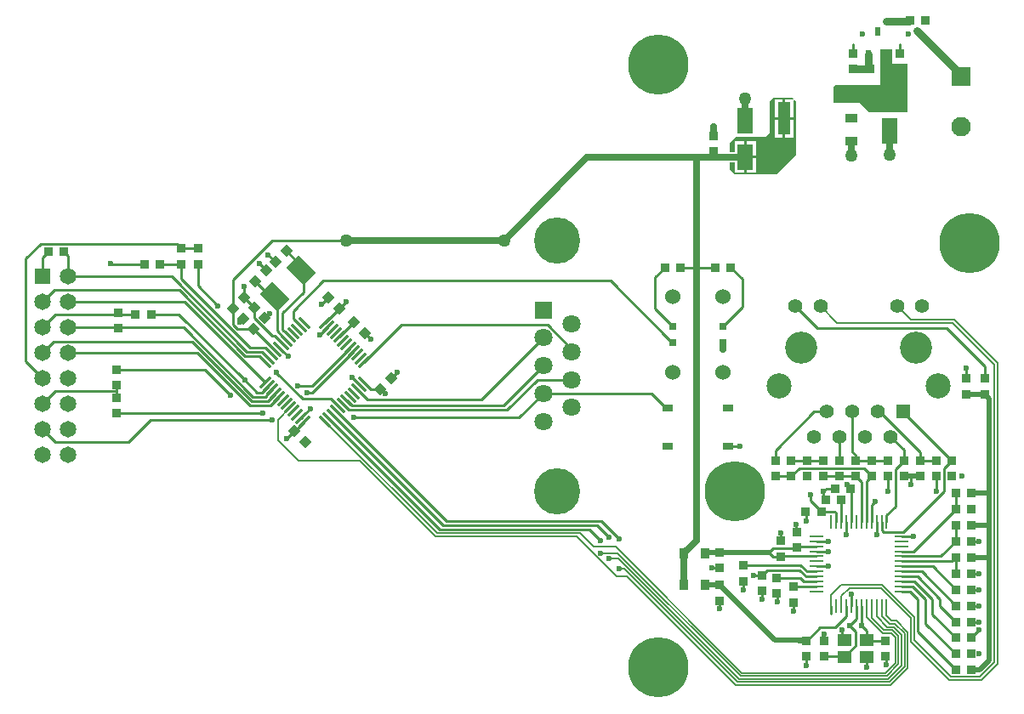
<source format=gtl>
G04*
G04 #@! TF.GenerationSoftware,Altium Limited,Altium Designer,19.1.9 (167)*
G04*
G04 Layer_Physical_Order=1*
G04 Layer_Color=255*
%FSLAX25Y25*%
%MOIN*%
G70*
G01*
G75*
%ADD10C,0.01000*%
%ADD14C,0.00600*%
%ADD50R,0.05512X0.04724*%
G04:AMPARAMS|DCode=51|XSize=66.93mil|YSize=94.49mil|CornerRadius=0mil|HoleSize=0mil|Usage=FLASHONLY|Rotation=225.000|XOffset=0mil|YOffset=0mil|HoleType=Round|Shape=Rectangle|*
%AMROTATEDRECTD51*
4,1,4,-0.00974,0.05707,0.05707,-0.00974,0.00974,-0.05707,-0.05707,0.00974,-0.00974,0.05707,0.0*
%
%ADD51ROTATEDRECTD51*%

%ADD52R,0.02362X0.03543*%
%ADD53R,0.03937X0.02953*%
%ADD54R,0.03347X0.03347*%
%ADD55R,0.03347X0.03347*%
%ADD56R,0.02165X0.02165*%
%ADD57P,0.04733X4X180.0*%
%ADD58P,0.04733X4X270.0*%
%ADD59R,0.03150X0.03150*%
%ADD60R,0.05800X0.01100*%
%ADD61R,0.01100X0.05800*%
G04:AMPARAMS|DCode=62|XSize=11mil|YSize=58mil|CornerRadius=0mil|HoleSize=0mil|Usage=FLASHONLY|Rotation=135.000|XOffset=0mil|YOffset=0mil|HoleType=Round|Shape=Rectangle|*
%AMROTATEDRECTD62*
4,1,4,0.02439,0.01662,-0.01662,-0.02439,-0.02439,-0.01662,0.01662,0.02439,0.02439,0.01662,0.0*
%
%ADD62ROTATEDRECTD62*%

G04:AMPARAMS|DCode=63|XSize=11mil|YSize=58mil|CornerRadius=0mil|HoleSize=0mil|Usage=FLASHONLY|Rotation=225.000|XOffset=0mil|YOffset=0mil|HoleType=Round|Shape=Rectangle|*
%AMROTATEDRECTD63*
4,1,4,-0.01662,0.02439,0.02439,-0.01662,0.01662,-0.02439,-0.02439,0.01662,-0.01662,0.02439,0.0*
%
%ADD63ROTATEDRECTD63*%

%ADD64R,0.05158X0.03661*%
%ADD65R,0.05158X0.12756*%
%ADD66R,0.03543X0.03937*%
%ADD67R,0.06299X0.10236*%
%ADD68C,0.02500*%
%ADD69C,0.02000*%
%ADD70C,0.03000*%
%ADD71C,0.06496*%
%ADD72R,0.06496X0.06496*%
%ADD73R,0.07677X0.07677*%
%ADD74C,0.07677*%
%ADD75C,0.05512*%
%ADD76R,0.05512X0.05512*%
%ADD77C,0.09843*%
%ADD78C,0.12598*%
%ADD79C,0.07087*%
%ADD80R,0.07087X0.07087*%
%ADD81C,0.18110*%
%ADD82C,0.23622*%
%ADD83C,0.06000*%
%ADD84C,0.05000*%
%ADD85C,0.02362*%
G36*
X-45900Y315200D02*
X-40100D01*
X-40100Y296122D01*
X-55067Y296122D01*
X-58945Y300000D01*
X-69000D01*
Y306280D01*
X-68380Y306900D01*
X-50600Y306900D01*
Y320800D01*
X-45900D01*
Y315200D01*
D02*
G37*
G36*
X-85000Y302000D02*
X-84598Y301598D01*
X-84885Y301178D01*
X-85251Y301178D01*
X-87869D01*
Y294300D01*
X-84790D01*
Y300688D01*
X-84790Y301083D01*
X-84370Y301370D01*
X-83500Y300500D01*
X-83500Y279594D01*
X-91300Y271795D01*
X-107794D01*
X-109500Y273500D01*
X-109500Y276714D01*
X-107750D01*
Y272595D01*
X-104100D01*
Y278713D01*
Y284832D01*
X-107750D01*
Y280486D01*
X-109500D01*
X-109500Y284201D01*
X-107263Y286438D01*
X-95562Y286438D01*
X-93894Y288106D01*
X-93894Y300505D01*
X-92400Y302000D01*
X-85000Y302000D01*
D02*
G37*
%LPC*%
G36*
X-88869Y301178D02*
X-91948D01*
Y294300D01*
X-88869D01*
Y301178D01*
D02*
G37*
G36*
X-84790Y293300D02*
X-87869D01*
Y286422D01*
X-84790D01*
Y293300D01*
D02*
G37*
G36*
X-88869D02*
X-91948D01*
Y286422D01*
X-88869D01*
Y293300D01*
D02*
G37*
G36*
X-99450Y284832D02*
X-103100D01*
Y279213D01*
X-99450D01*
Y284832D01*
D02*
G37*
G36*
Y278213D02*
X-103100D01*
Y272595D01*
X-99450D01*
Y278213D01*
D02*
G37*
%LPD*%
D10*
X-60300Y159651D02*
Y161800D01*
X-61555Y163055D02*
X-60300Y161800D01*
X-61555Y163055D02*
Y178937D01*
X-79500Y79100D02*
Y82749D01*
X-79400Y82849D01*
X-79500Y82949D02*
X-79400Y82849D01*
X-72700Y89151D02*
Y91700D01*
X-72800Y89051D02*
X-72700Y89151D01*
X-56100Y78600D02*
Y82607D01*
X-48400Y79500D02*
Y82749D01*
X-48500Y82849D02*
X-48400Y82749D01*
X-65500Y90039D02*
Y93300D01*
Y90039D02*
X-64761Y89300D01*
X-113651Y117500D02*
X-113600Y117449D01*
X-116800Y117500D02*
X-113651D01*
X-113600Y104749D02*
X-113500Y104649D01*
Y101500D02*
Y104649D01*
X-156300Y230163D02*
X-133217Y207080D01*
X-156300Y230100D02*
Y230163D01*
X-47700Y147700D02*
Y153549D01*
X-89700Y128251D02*
Y131300D01*
X-89800Y128151D02*
X-89700Y128251D01*
X-83500Y131751D02*
Y134700D01*
Y131751D02*
X-83400Y131651D01*
X-73000Y144949D02*
X-72151Y144100D01*
X-73000Y144949D02*
Y147500D01*
X-72933D01*
X-71733Y148700D01*
X-68351D01*
X-84249Y125100D02*
X-83349Y126000D01*
X-89400Y122449D02*
X-89051Y122100D01*
X-78078Y143829D02*
X-73749Y139500D01*
X-78078Y143829D02*
Y146195D01*
X-79851Y139500D02*
X-79800Y139449D01*
Y135900D02*
Y139449D01*
X-223186Y132600D02*
X-164700D01*
X-266855Y176269D02*
X-223186Y132600D01*
X-164700D02*
X-160300Y128200D01*
X-221958Y134200D02*
X-161637D01*
X-265441Y177683D02*
X-221958Y134200D01*
X-161637D02*
X-156937Y129500D01*
X-160011Y135800D02*
X-153100Y128889D01*
X-220730Y135800D02*
X-160011D01*
X-264027Y179097D02*
X-220730Y135800D01*
X-262757Y219243D02*
X-260100Y221900D01*
X-262757Y219116D02*
Y219243D01*
X-295957Y211028D02*
Y211442D01*
X-280943Y170384D02*
X-276401Y174925D01*
X-283315Y168200D02*
X-280358Y171158D01*
X-283400Y168200D02*
X-283315D01*
X-374668Y206198D02*
X-320461D01*
X-379016Y201850D02*
X-374668Y206198D01*
X-320461D02*
X-297063Y182800D01*
X-74300Y94200D02*
X-68200D01*
X-79425Y89075D02*
X-74300Y94200D01*
X-28700Y147700D02*
Y153049D01*
X-28800Y153149D02*
X-28700Y153049D01*
X-25600Y147574D02*
Y156551D01*
X-49350Y131550D02*
X-41624D01*
X-25600Y147574D01*
X-28800Y153149D02*
X-28600Y153349D01*
X-28800Y153549D02*
X-28600Y153349D01*
X-54155Y142245D02*
X-52800Y143600D01*
X-56055Y135700D02*
Y151494D01*
X-54155Y135700D02*
Y142245D01*
X-56055Y151494D02*
X-54000Y153549D01*
X-38500Y150275D02*
Y153204D01*
X-38400Y153305D01*
X-58055Y135700D02*
Y151304D01*
X-16900Y191951D02*
Y195900D01*
X-9800Y191851D02*
Y196600D01*
X-24800Y211600D02*
X-9800Y196600D01*
X-75340Y211600D02*
X-24800D01*
X-83859Y220118D02*
X-75340Y211600D01*
X-122561Y235340D02*
X-115372Y235400D01*
X-122703Y235339D02*
X-122561Y235340D01*
X-127361Y235300D02*
X-122703Y235339D01*
X-128954Y235400D02*
X-127361Y235300D01*
X-94249Y123551D02*
X-94200Y123600D01*
X-100400Y114700D02*
X-97151D01*
X-11900Y93149D02*
Y93200D01*
X-14949Y90100D02*
X-11900Y93149D01*
X-42455Y129900D02*
X-37700D01*
X-61300Y319551D02*
Y323000D01*
Y319551D02*
X-61200Y319451D01*
X-61400Y319251D02*
X-61200Y319451D01*
X-43000Y319351D02*
Y322800D01*
Y319351D02*
X-42900Y319251D01*
X-289000Y246000D02*
X-260100D01*
X-304358Y230643D02*
X-289000Y246000D01*
X-304358Y219243D02*
Y230643D01*
X-257100Y176500D02*
X-192201D01*
X-97100Y114751D02*
X-95151Y116700D01*
X-82200D01*
X-79700Y114200D01*
X-83349Y126000D02*
X-75655D01*
X-92700Y125100D02*
X-84249D01*
X-94200Y123600D02*
X-92700Y125100D01*
X-94200Y123600D02*
X-92649Y122049D01*
X-89800D01*
X-83349Y126000D02*
X-83300Y126049D01*
X-89051Y122100D02*
X-75655D01*
X-104575Y117775D02*
X-103826Y118524D01*
X-104475Y118475D02*
X-104350Y118600D01*
X-97151Y114700D02*
X-97100Y114751D01*
X-84800Y100500D02*
Y104049D01*
X-91200Y107449D02*
X-91100Y107349D01*
Y104100D02*
Y107349D01*
X-97100Y108649D02*
X-97000Y108549D01*
Y105300D02*
Y108549D01*
X-104475Y112373D02*
X-104375Y112273D01*
Y109024D02*
Y112273D01*
X-75655Y118100D02*
X-71000D01*
X-71050Y124000D02*
X-71000Y124050D01*
X-75655Y124000D02*
X-71050D01*
Y128000D02*
X-71000Y127950D01*
X-75655Y128000D02*
X-71050D01*
X-52155Y130500D02*
Y135700D01*
X-64005Y130500D02*
X-63955Y130550D01*
Y135700D01*
X-38644Y153549D02*
X-38400Y153305D01*
X-14949Y96400D02*
X-12000D01*
X-14949Y127900D02*
X-12000D01*
X-14949Y115300D02*
X-12000D01*
X-14949Y109000D02*
X-12000D01*
X-14949Y102700D02*
X-12000D01*
X-206993Y183519D02*
X-182756Y207756D01*
X-255683Y187441D02*
X-251761Y183519D01*
X-246443Y187742D02*
X-244500Y185800D01*
X-251761Y183519D02*
X-206993D01*
X-39038Y108250D02*
X-36000Y105212D01*
Y92449D02*
Y105212D01*
X-42455Y108300D02*
X-42405Y108250D01*
X-39038D01*
X-62055Y107245D02*
X-62000Y107300D01*
X-62055Y102500D02*
Y107245D01*
X-73549Y139700D02*
X-68549D01*
X-67963Y139114D01*
Y135708D02*
Y139114D01*
X-73749Y139500D02*
X-73549Y139700D01*
X-67963Y135708D02*
X-67955Y135700D01*
X-62249Y148700D02*
X-62055Y148506D01*
Y135700D02*
Y148506D01*
X-66049Y144100D02*
X-65955Y144006D01*
Y135700D02*
Y144006D01*
X-81851Y113551D02*
X-80500Y112200D01*
X-91200Y113551D02*
X-81851D01*
X-104350Y118600D02*
X-81837D01*
X-79337Y116100D01*
X-75655D01*
X-79700Y114200D02*
X-75655D01*
X-80500Y112200D02*
X-75655D01*
X-84800Y110151D02*
X-84751Y110200D01*
X-75655D01*
X-69905Y99695D02*
Y102450D01*
X-69855Y102500D01*
X-68200Y94200D02*
X-63955Y98445D01*
Y102500D01*
X-56100Y89300D02*
X-55751Y88951D01*
X-49600D01*
X-65103Y82949D02*
X-64761Y82607D01*
X-71100Y82949D02*
X-65103D01*
X-60400Y86968D02*
Y92700D01*
X-62506Y84863D02*
X-60400Y86968D01*
X-62506Y84469D02*
Y84863D01*
X-64368Y82607D02*
X-62506Y84469D01*
X-64761Y82607D02*
X-64368D01*
X-62600Y94900D02*
X-60400Y92700D01*
X-62600Y94900D02*
X-60055Y97445D01*
Y102500D01*
X-58000Y94900D02*
X-56100Y93000D01*
Y89300D02*
Y93000D01*
X-58055Y94955D02*
X-58000Y94900D01*
X-58055Y94955D02*
Y102500D01*
X-27200Y102549D02*
X-21051Y96400D01*
X-27200Y102549D02*
Y105400D01*
X-36000Y92449D02*
X-21051Y77500D01*
X-32900Y95649D02*
X-21051Y83800D01*
X-32900Y95649D02*
Y105200D01*
X-30200Y99249D02*
X-21051Y90100D01*
X-30200Y99249D02*
Y105200D01*
X-37900Y110200D02*
X-32900Y105200D01*
X-42455Y110200D02*
X-37900D01*
X-37200Y112200D02*
X-30200Y105200D01*
X-42455Y112200D02*
X-37200D01*
X-36000Y114200D02*
X-27200Y105400D01*
X-42455Y114200D02*
X-36000D01*
X-34451Y116100D02*
X-21051Y102700D01*
X-42455Y116100D02*
X-34451D01*
X-21051Y115300D02*
Y121600D01*
X-30151Y118100D02*
X-21051Y109000D01*
X-42455Y118100D02*
X-30151D01*
X-22551Y120100D02*
X-21051Y121600D01*
X-42455Y120100D02*
X-22551D01*
X-26851Y122100D02*
X-21051Y127900D01*
X-42455Y122100D02*
X-26851D01*
X-37551Y124000D02*
X-21051Y140500D01*
X-42455Y124000D02*
X-37551D01*
X-21051Y140500D02*
Y146800D01*
Y127900D02*
Y134200D01*
X-25600Y156551D02*
X-22500Y159651D01*
X-42455Y110200D02*
X-42405Y110150D01*
X-44700Y141700D02*
Y156351D01*
X-48255Y138145D02*
X-44700Y141700D01*
X-48255Y135700D02*
Y138145D01*
X-60300Y153549D02*
X-58055Y151304D01*
X-44700Y156351D02*
X-41400Y159651D01*
X-50105Y132305D02*
X-49350Y131550D01*
X-50105Y132305D02*
Y135650D01*
X-50155Y135700D02*
X-50105Y135650D01*
X-109269Y235400D02*
X-104800Y230931D01*
Y219849D02*
Y230931D01*
X-112320Y212328D02*
X-104800Y219849D01*
X-41555Y178707D02*
X-22500Y159651D01*
X-41555Y178707D02*
Y178937D01*
X-35100Y159651D02*
X-28800D01*
X-35100D02*
Y162935D01*
X-51102Y178937D02*
X-35100Y162935D01*
X-51555Y178937D02*
X-51102D01*
X-41400Y159651D02*
Y163782D01*
X-46555Y168937D02*
X-41400Y163782D01*
X-54000Y159651D02*
X-47700D01*
X-82449Y156600D02*
X-57051D01*
X-85500Y153549D02*
X-82449Y156600D01*
X-57051D02*
X-54000Y153549D01*
X-91800Y163705D02*
X-76568Y178937D01*
X-91800Y159651D02*
Y163705D01*
X-76568Y178937D02*
X-71555D01*
X-60300Y159651D02*
X-54000D01*
X-66600Y153549D02*
X-60300D01*
X-72900D02*
X-66600D01*
X-79200Y159651D02*
X-72900D01*
X-85500D02*
X-79200D01*
X-91800Y153549D02*
X-85500D01*
X-66600Y161580D02*
X-66555Y161624D01*
Y159696D02*
Y168937D01*
X-139000Y219323D02*
Y231457D01*
Y219323D02*
X-132006Y212328D01*
X-139000Y231457D02*
X-135057Y235400D01*
X-268900Y230100D02*
X-156300D01*
X-185102Y191398D02*
X-171575D01*
X-196956Y179544D02*
X-185102Y191398D01*
X-258887Y179544D02*
X-196956D01*
X-262683Y208159D02*
X-262656D01*
X-256958Y213858D01*
X-246657Y187742D02*
X-246443D01*
X-297637Y203900D02*
X-291729D01*
X-324500Y230763D02*
X-297637Y203900D01*
X-324500Y230763D02*
Y236749D01*
X-352158Y236825D02*
X-352033Y236700D01*
X-339051D01*
X-63000Y278161D02*
X-62031Y279131D01*
X-277155Y183829D02*
X-266071D01*
X-273357Y189000D02*
X-258441Y203917D01*
X-287400Y194074D02*
X-277155Y183829D01*
X-287400Y194074D02*
Y194300D01*
X-279100Y189000D02*
X-273357D01*
X-275200Y186400D02*
X-273270D01*
X-257097Y202573D01*
X-266071Y183829D02*
X-262683Y180441D01*
X-291729Y203900D02*
X-288988Y201159D01*
X-292957Y202300D02*
X-290402Y199745D01*
X-298837Y202300D02*
X-292957D01*
X-328388Y231850D02*
X-298837Y202300D01*
X-294044Y200700D02*
X-291745Y198401D01*
X-299500Y200700D02*
X-294044D01*
X-325400Y226600D02*
X-299500Y200700D01*
X-323326Y221850D02*
X-291675Y190199D01*
X-295957Y211028D02*
X-287503Y202573D01*
X-369016Y221850D02*
X-323326D01*
X-374266Y226600D02*
X-325400D01*
X-369016Y231850D02*
X-328388D01*
X-288988Y201159D02*
X-288917D01*
X-291745Y198401D02*
X-291675D01*
X-290402Y199745D02*
X-290331D01*
X-304358Y212883D02*
Y219243D01*
Y212883D02*
X-302717Y211243D01*
X-296158D01*
X-282743Y200500D02*
X-282700D01*
X-286159Y203917D02*
X-282743Y200500D01*
X-318000Y228200D02*
X-310200Y220400D01*
X-318000Y228200D02*
Y236749D01*
X-242243Y192058D02*
X-240100Y194200D01*
X-242342Y192058D02*
X-242243D01*
X-252925Y190199D02*
X-252856D01*
X-250400Y187742D01*
X-246657D01*
X-349200Y211824D02*
X-323824D01*
X-291742Y215558D02*
X-290100Y217200D01*
X-300000Y225259D02*
Y227900D01*
X-300043Y225217D02*
X-300000Y225259D01*
X-300043Y223557D02*
Y225217D01*
X-192201Y176500D02*
X-182756Y185945D01*
X-349873Y178200D02*
X-292800D01*
X-349975Y178302D02*
X-349873Y178200D01*
X-258441Y203917D02*
X-258370D01*
X-336500Y175600D02*
X-289100D01*
X-345300Y166800D02*
X-336500Y175600D01*
X-261198Y181855D02*
X-258887Y179544D01*
X-257659Y181144D02*
X-198462D01*
X-259784Y183269D02*
X-257659Y181144D01*
X-259855Y183269D02*
X-259784D01*
X-267458Y223242D02*
Y223557D01*
X-269800Y220900D02*
X-267458Y223242D01*
X-268199Y213675D02*
X-262757Y219116D01*
X-252642Y209542D02*
X-250300Y207200D01*
Y207100D02*
Y207200D01*
X-280600Y218400D02*
X-268900Y230100D01*
X-280600Y215187D02*
Y218400D01*
Y215187D02*
X-277745Y212331D01*
X-105746Y165354D02*
X-105700Y165400D01*
X-110400Y165354D02*
X-105746D01*
X-140341Y185945D02*
X-134514Y180118D01*
X-182756Y185945D02*
X-140341D01*
X-134514Y180118D02*
X-134022D01*
X-349975Y195304D02*
X-315304D01*
X-305400Y185400D01*
X-318376Y201850D02*
X-297726Y181200D01*
X-323824Y211824D02*
X-296700Y184700D01*
X-369016Y201850D02*
X-318376D01*
X-368990Y211824D02*
X-349200D01*
X-349975Y186803D02*
Y189202D01*
Y184404D02*
Y186803D01*
X-353800Y186800D02*
X-350000D01*
X-287076Y210490D02*
Y223076D01*
Y210490D02*
X-283331Y206745D01*
X-288050Y224050D02*
X-287076Y223076D01*
X-284829Y211071D02*
X-281917Y208159D01*
X-284829Y217671D02*
X-276776Y225725D01*
X-284829Y211071D02*
Y217671D01*
X-291843Y215558D02*
X-291742D01*
X-300043Y223557D02*
X-295942Y219458D01*
Y215442D02*
Y219458D01*
X-289000Y208500D02*
X-287914D01*
X-295942Y215442D02*
X-289000Y208500D01*
X-287914D02*
X-284745Y205331D01*
X-132106Y205928D02*
X-132006Y206029D01*
X-171575Y202303D02*
Y203375D01*
X-181100Y212900D02*
X-171575Y203375D01*
X-238426Y212900D02*
X-181100D01*
X-198462Y181144D02*
X-182756Y196850D01*
X-326349Y244700D02*
X-324500Y242851D01*
X-379800Y244700D02*
X-326349D01*
X-385600Y238900D02*
X-379800Y244700D01*
X-370649Y241500D02*
X-369016Y239867D01*
Y231850D02*
Y239867D01*
X-379016Y231850D02*
Y239235D01*
X-376751Y241500D01*
X-324549Y236700D02*
X-324500Y236749D01*
X-332949Y236700D02*
X-324549D01*
X-297726Y181200D02*
X-289713D01*
X-297063Y182800D02*
X-290730D01*
X-296700Y184700D02*
X-291729D01*
X-325600Y217000D02*
X-299700Y191100D01*
X-294900Y186300D02*
X-292886D01*
X-299700Y191100D02*
X-294900Y186300D01*
X-336449Y217000D02*
X-325600D01*
X-277745Y176269D02*
X-274214Y179800D01*
X-274100D01*
X-257800Y192386D02*
Y192400D01*
Y192386D02*
X-254269Y188855D01*
X-270300Y209000D02*
X-270186D01*
X-266855Y212331D01*
X-252925Y198401D02*
X-238426Y212900D01*
X-261269Y181855D02*
X-261198D01*
X-289713Y181200D02*
X-286230Y184683D01*
X-290730Y182800D02*
X-287503Y186027D01*
X-291729Y184700D02*
X-288988Y187441D01*
X-288917D01*
X-292886Y186300D02*
X-290331Y188855D01*
X-349200Y217000D02*
X-342551D01*
X-373866D02*
X-349200D01*
X-379016Y211850D02*
X-373866Y217000D01*
X-369016Y211850D02*
X-368990Y211824D01*
X-385600Y198435D02*
Y238900D01*
Y198435D02*
X-379016Y191850D01*
X-373965Y166800D02*
X-345300D01*
X-379016Y171850D02*
X-373965Y166800D01*
X-317751Y242851D02*
X-317700Y242800D01*
X-324500Y242851D02*
X-317751D01*
X-276043Y166842D02*
X-275758D01*
X-262789Y220014D02*
X-262771D01*
X-294000Y236900D02*
X-291200Y234100D01*
X-287757Y237442D02*
Y237657D01*
X-290500Y240400D02*
X-287757Y237657D01*
X-276776Y225725D02*
Y233376D01*
X-277750Y234350D02*
X-276776Y233376D01*
X-277750Y234350D02*
Y236065D01*
X-283442Y241757D02*
X-277750Y236065D01*
X-289780Y224050D02*
X-288050D01*
X-295515Y229785D02*
X-289780Y224050D01*
X-266855Y176198D02*
Y176269D01*
X-280943Y170343D02*
Y170384D01*
X-286230Y184683D02*
X-286159D01*
X-374066Y186800D02*
X-353800D01*
X-379016Y221850D02*
X-374266Y226600D01*
X-379016Y181850D02*
X-374066Y186800D01*
D14*
X-39900Y78269D02*
Y92288D01*
X-46569Y71600D02*
X-39900Y78269D01*
X-107300Y71600D02*
X-46569D01*
X-106803Y72800D02*
X-47066D01*
X-41100Y78766D02*
Y91791D01*
X-47066Y72800D02*
X-41100Y78766D01*
X-106000Y74000D02*
X-47563D01*
X-42300Y79263D02*
Y91294D01*
X-47563Y74000D02*
X-42300Y79263D01*
X-43500Y79760D02*
Y90797D01*
X-48060Y75200D02*
X-43500Y79760D01*
X-105397Y75200D02*
X-48060D01*
X-44700Y80257D02*
Y90300D01*
X-104900Y76400D02*
X-48557D01*
X-44700Y80257D01*
X-151156Y117154D02*
X-106803Y72800D01*
X-153100Y117154D02*
X-151156D01*
X-153237Y121237D02*
X-106000Y74000D01*
X-153597Y123400D02*
X-105397Y75200D01*
X-154400Y125900D02*
X-104900Y76400D01*
X-156937Y121237D02*
X-153237D01*
X-160300Y123400D02*
X-153597D01*
X-163000Y125900D02*
X-154400D01*
X-150000Y114300D02*
X-107300Y71600D01*
X-154143Y114300D02*
X-150000D01*
X-162381Y122538D02*
X-154143Y114300D01*
X-162381Y122538D02*
Y122681D01*
X-169700Y130000D02*
X-162381Y122681D01*
X-224971Y130000D02*
X-169700D01*
X-286822Y167722D02*
X-278800Y159700D01*
X-254671D01*
X-286822Y167722D02*
Y175536D01*
X-281917Y180441D01*
X-254671Y159700D02*
X-224971Y130000D01*
X-224474Y131200D02*
X-168300D01*
X-268199Y174925D02*
X-224474Y131200D01*
X-168300D02*
X-163000Y125900D01*
X-46200Y96800D02*
X-44412D01*
X-48255Y98855D02*
X-46200Y96800D01*
X-48255Y98855D02*
Y102500D01*
X-44412Y96800D02*
X-39900Y92288D01*
X-44909Y95600D02*
X-41100Y91791D01*
X-47055Y95600D02*
X-44909D01*
X-45406Y94400D02*
X-42300Y91294D01*
X-48100Y94400D02*
X-45406D01*
X-45903Y93200D02*
X-43500Y90797D01*
X-49294Y93200D02*
X-45903D01*
X-46400Y92000D02*
X-44700Y90300D01*
X-49791Y92000D02*
X-46400D01*
X-50405Y109700D02*
X-38600Y97895D01*
Y88732D02*
Y97895D01*
Y88732D02*
X-23594Y73727D01*
X-49908Y110900D02*
X-37400Y98392D01*
Y89230D02*
Y98392D01*
Y89230D02*
X-23097Y74927D01*
X-52155Y98455D02*
X-48100Y94400D01*
X-52155Y98455D02*
Y102500D01*
X-50155Y98700D02*
X-47055Y95600D01*
X-50155Y98700D02*
Y102500D01*
X-17000Y191851D02*
X-16900Y191951D01*
X-22230Y213600D02*
X-6019Y197389D01*
X-21733Y214800D02*
X-4819Y197886D01*
X-67537Y213600D02*
X-22230D01*
X-6019Y80494D02*
Y197389D01*
X-38737Y214800D02*
X-21733D01*
X-4819Y79997D02*
Y197886D01*
X-11586Y74927D02*
X-6019Y80494D01*
X-11089Y73727D02*
X-4819Y79997D01*
X-23594Y73727D02*
X-11089D01*
X-23097Y74927D02*
X-11586D01*
X-44055Y220118D02*
X-38737Y214800D01*
X-56055Y98264D02*
X-49791Y92000D01*
X-56055Y98264D02*
Y102500D01*
X-54155Y98061D02*
X-49294Y93200D01*
X-54155Y98061D02*
Y102500D01*
X-62700Y109700D02*
X-50405D01*
X-83859Y220118D02*
X-83684Y220293D01*
X-34427Y220293D02*
X-34252Y220118D01*
X-65900Y110900D02*
X-49908D01*
X-69855Y106945D02*
X-65900Y110900D01*
X-65955Y106445D02*
X-62700Y109700D01*
X-65955Y102500D02*
Y106445D01*
X-69855Y102500D02*
Y106945D01*
X-74055Y220118D02*
X-67537Y213600D01*
D50*
X-64761Y89300D02*
D03*
X-56100D02*
D03*
X-64761Y82607D02*
D03*
X-56100D02*
D03*
D51*
X-288050Y224050D02*
D03*
X-277750Y234350D02*
D03*
D52*
X-55400Y318800D02*
D03*
X-47920D02*
D03*
X-51660Y327855D02*
D03*
D53*
X-110400Y165354D02*
D03*
Y180118D02*
D03*
X-134022Y165354D02*
D03*
Y180118D02*
D03*
D54*
X-84800Y110151D02*
D03*
Y104049D02*
D03*
X-54000Y159651D02*
D03*
Y153549D02*
D03*
X-85500Y159651D02*
D03*
Y153549D02*
D03*
X-60300D02*
D03*
Y159651D02*
D03*
X-72900Y153549D02*
D03*
Y159651D02*
D03*
X-17000Y185749D02*
D03*
Y191851D02*
D03*
X-35100Y153549D02*
D03*
Y159651D02*
D03*
X-9800Y185749D02*
D03*
Y191851D02*
D03*
X-41400Y153549D02*
D03*
Y159651D02*
D03*
X-22500Y153549D02*
D03*
Y159651D02*
D03*
X-349975Y178302D02*
D03*
Y184404D02*
D03*
Y195304D02*
D03*
Y189202D02*
D03*
X-318000Y236749D02*
D03*
Y242851D02*
D03*
X-324500Y236749D02*
D03*
Y242851D02*
D03*
X-349200Y217751D02*
D03*
Y211649D02*
D03*
X-61400Y313149D02*
D03*
Y319251D02*
D03*
X-104475Y118475D02*
D03*
Y112373D02*
D03*
X-83400Y125549D02*
D03*
Y131651D02*
D03*
X-89800Y122049D02*
D03*
Y128151D02*
D03*
X-97100Y114751D02*
D03*
Y108649D02*
D03*
X-91200Y113551D02*
D03*
Y107449D02*
D03*
X-79500Y89051D02*
D03*
Y82949D02*
D03*
X-72800Y89051D02*
D03*
Y82949D02*
D03*
X-48500Y82849D02*
D03*
Y88951D02*
D03*
X-91800Y153549D02*
D03*
Y159651D02*
D03*
X-47700D02*
D03*
Y153549D02*
D03*
X-79200D02*
D03*
Y159651D02*
D03*
X-28800Y153549D02*
D03*
Y159651D02*
D03*
X-113600Y123551D02*
D03*
Y117449D02*
D03*
X-66600Y153549D02*
D03*
Y159651D02*
D03*
X-113600Y110851D02*
D03*
Y104749D02*
D03*
X-116000Y280949D02*
D03*
Y287051D02*
D03*
X-42900Y313149D02*
D03*
Y319251D02*
D03*
D55*
X-66049Y144100D02*
D03*
X-72151D02*
D03*
X-21051Y115300D02*
D03*
X-14949D02*
D03*
X-21051Y127900D02*
D03*
X-14949D02*
D03*
X-21051Y140500D02*
D03*
X-14949D02*
D03*
Y121600D02*
D03*
X-21051D02*
D03*
X-14949Y134200D02*
D03*
X-21051D02*
D03*
X-14949Y146800D02*
D03*
X-21051D02*
D03*
X-14949Y77500D02*
D03*
X-21051D02*
D03*
X-14949Y83800D02*
D03*
X-21051D02*
D03*
X-14949Y90100D02*
D03*
X-21051D02*
D03*
X-14949Y96400D02*
D03*
X-21051D02*
D03*
X-14949Y102700D02*
D03*
X-21051D02*
D03*
X-14949Y109000D02*
D03*
X-21051D02*
D03*
X-336449Y217000D02*
D03*
X-342551D02*
D03*
X-332949Y236700D02*
D03*
X-339051D02*
D03*
X-376751Y241500D02*
D03*
X-370649D02*
D03*
X-109269Y235400D02*
D03*
X-115372D02*
D03*
X-135057D02*
D03*
X-128954D02*
D03*
X-54700Y313100D02*
D03*
X-48598D02*
D03*
X-32949Y332100D02*
D03*
X-39051D02*
D03*
X-62249Y148700D02*
D03*
X-68351D02*
D03*
X-73749Y139500D02*
D03*
X-79851D02*
D03*
D56*
X-58000Y94900D02*
D03*
X-62600D02*
D03*
D57*
X-256958Y213858D02*
D03*
X-252642Y209542D02*
D03*
X-280358Y171158D02*
D03*
X-276043Y166842D02*
D03*
X-262643Y219243D02*
D03*
X-266957Y223557D02*
D03*
D58*
X-304358Y219243D02*
D03*
X-300043Y223557D02*
D03*
X-295942Y219458D02*
D03*
X-300257Y215142D02*
D03*
X-291200Y234100D02*
D03*
X-295515Y229785D02*
D03*
X-287757Y237442D02*
D03*
X-283442Y241757D02*
D03*
X-296158Y211243D02*
D03*
X-291843Y215558D02*
D03*
X-246657Y187742D02*
D03*
X-242342Y192058D02*
D03*
D59*
X-112320Y206029D02*
D03*
Y212328D02*
D03*
X-132006Y206029D02*
D03*
Y212328D02*
D03*
D60*
X-42455Y128000D02*
D03*
Y129900D02*
D03*
Y126000D02*
D03*
Y124000D02*
D03*
Y122100D02*
D03*
Y120100D02*
D03*
Y118100D02*
D03*
Y116100D02*
D03*
Y114200D02*
D03*
Y112200D02*
D03*
Y110200D02*
D03*
Y108300D02*
D03*
X-75655D02*
D03*
Y110200D02*
D03*
Y112200D02*
D03*
Y114200D02*
D03*
Y116100D02*
D03*
Y118100D02*
D03*
Y120100D02*
D03*
Y122100D02*
D03*
Y124000D02*
D03*
Y126000D02*
D03*
Y128000D02*
D03*
Y129900D02*
D03*
D61*
X-48255Y102500D02*
D03*
X-50155D02*
D03*
X-52155D02*
D03*
X-54155D02*
D03*
X-56055D02*
D03*
X-58055D02*
D03*
X-60055D02*
D03*
X-62055D02*
D03*
X-63955D02*
D03*
X-65955D02*
D03*
X-67955D02*
D03*
X-69855D02*
D03*
Y135700D02*
D03*
X-67955D02*
D03*
X-65955D02*
D03*
X-63955D02*
D03*
X-62055D02*
D03*
X-60055D02*
D03*
X-58055D02*
D03*
X-56055D02*
D03*
X-54155D02*
D03*
X-52155D02*
D03*
X-50155D02*
D03*
X-48255D02*
D03*
D62*
X-266855Y212331D02*
D03*
X-268199Y213675D02*
D03*
X-265441Y210917D02*
D03*
X-264027Y209503D02*
D03*
X-262683Y208159D02*
D03*
X-261269Y206745D02*
D03*
X-259855Y205331D02*
D03*
X-258441Y203917D02*
D03*
X-257097Y202573D02*
D03*
X-255683Y201159D02*
D03*
X-254269Y199745D02*
D03*
X-252925Y198401D02*
D03*
X-276401Y174925D02*
D03*
X-277745Y176269D02*
D03*
X-279159Y177683D02*
D03*
X-280573Y179097D02*
D03*
X-281917Y180441D02*
D03*
X-283331Y181855D02*
D03*
X-284745Y183269D02*
D03*
X-286159Y184683D02*
D03*
X-287503Y186027D02*
D03*
X-288917Y187441D02*
D03*
X-290331Y188855D02*
D03*
X-291675Y190199D02*
D03*
D63*
X-252925D02*
D03*
X-254269Y188855D02*
D03*
X-255683Y187441D02*
D03*
X-257097Y186027D02*
D03*
X-258441Y184683D02*
D03*
X-259855Y183269D02*
D03*
X-261269Y181855D02*
D03*
X-262683Y180441D02*
D03*
X-264027Y179097D02*
D03*
X-265441Y177683D02*
D03*
X-266855Y176269D02*
D03*
X-268199Y174925D02*
D03*
X-291675Y198401D02*
D03*
X-290331Y199745D02*
D03*
X-288917Y201159D02*
D03*
X-287503Y202573D02*
D03*
X-286159Y203917D02*
D03*
X-284745Y205331D02*
D03*
X-283331Y206745D02*
D03*
X-281917Y208159D02*
D03*
X-280573Y209503D02*
D03*
X-279159Y210917D02*
D03*
X-277745Y212331D02*
D03*
X-276401Y213675D02*
D03*
D64*
X-62031Y284784D02*
D03*
Y293800D02*
D03*
Y302816D02*
D03*
D65*
X-88369Y293800D02*
D03*
D66*
X-127534Y110800D02*
D03*
X-119266D02*
D03*
X-127534Y123400D02*
D03*
X-119266D02*
D03*
D67*
X-103600Y292887D02*
D03*
Y278713D02*
D03*
X-47100Y288827D02*
D03*
Y303000D02*
D03*
D68*
X-103600Y292887D02*
Y301700D01*
X-104713Y278600D02*
X-104213Y278100D01*
X-122163Y278600D02*
X-104713D01*
X-122700Y128234D02*
Y235008D01*
X-126815Y124118D02*
X-122700Y128234D01*
X-127012Y124118D02*
X-126815D01*
X-127534Y123597D02*
X-127012Y124118D01*
X-127534Y123400D02*
Y123597D01*
Y110800D02*
Y123400D01*
X-165500Y278600D02*
X-122163D01*
X-122561Y235340D02*
Y278202D01*
Y235146D02*
Y235340D01*
X-122700Y235008D02*
X-122561Y235146D01*
Y278202D02*
X-122163Y278600D01*
X-112320Y203175D02*
Y206029D01*
X-112320Y206029D02*
X-112320Y206029D01*
X-115900Y287151D02*
Y290500D01*
X-116000Y287051D02*
X-115900Y287151D01*
X-47100Y279600D02*
Y288827D01*
X-62031Y279131D02*
Y284784D01*
X-104213Y278100D02*
X-103600Y278713D01*
X-198100Y246000D02*
X-165500Y278600D01*
X-260100Y246000D02*
X-198100D01*
D69*
X-91849Y89100D02*
X-82800D01*
X-113600Y110851D02*
X-91849Y89100D01*
X-119266Y123400D02*
X-119115Y123551D01*
X-113600D01*
X-113651Y110800D02*
X-113600Y110851D01*
X-119266Y110800D02*
X-113651D01*
X-82800Y89100D02*
X-79600D01*
X-82800D02*
X-82776Y89076D01*
X-79524D01*
X-113600Y123551D02*
X-94249D01*
X-79524Y89076D02*
X-79500Y89051D01*
X-8100Y81100D02*
Y89100D01*
Y121700D01*
X-11700Y77500D02*
X-8100Y81100D01*
X-38644Y153549D02*
X-35100D01*
X-41400D02*
X-38644D01*
X-16700Y185749D02*
X-9800D01*
X-8100Y146800D02*
Y184049D01*
X-9800Y185749D02*
X-8100Y184049D01*
Y134200D02*
Y146800D01*
X-14949D02*
X-8100D01*
Y121700D02*
Y134200D01*
X-8200Y121600D02*
X-8100Y121700D01*
X-14949Y121600D02*
X-8200D01*
X-14949Y134200D02*
X-8100D01*
X-14949Y77500D02*
X-11700D01*
D70*
X-21439Y312681D02*
X-19100Y310343D01*
X-21439Y312681D02*
Y313090D01*
X-36449Y328100D02*
X-21439Y313090D01*
X-39375Y332028D02*
X-39347Y332000D01*
X-47987Y332028D02*
X-39375D01*
X-55400Y313800D02*
Y318800D01*
Y313800D02*
X-54749Y313149D01*
X-54700Y313100D01*
X-61400Y313149D02*
X-54749D01*
X-48598Y313100D02*
X-47920Y313778D01*
Y318800D01*
X-42949Y313100D02*
X-42900Y313149D01*
X-48598Y313100D02*
X-42949D01*
X-48160Y331855D02*
X-47987Y332028D01*
X-19100Y310343D02*
X-19049Y310394D01*
D71*
X-369016Y211850D02*
D03*
X-379016D02*
D03*
X-369016Y221850D02*
D03*
X-379016D02*
D03*
X-369016Y231850D02*
D03*
X-379016Y201850D02*
D03*
X-369016D02*
D03*
X-379016Y191850D02*
D03*
X-369016D02*
D03*
X-379016Y181850D02*
D03*
X-369016D02*
D03*
X-379016Y171850D02*
D03*
Y161850D02*
D03*
X-369016Y171850D02*
D03*
Y161850D02*
D03*
D72*
X-379016Y231850D02*
D03*
D73*
X-19100Y310343D02*
D03*
D74*
Y290657D02*
D03*
D75*
X-76555Y168937D02*
D03*
X-71555Y178937D02*
D03*
X-66555Y168937D02*
D03*
X-61555Y178937D02*
D03*
X-56555Y168937D02*
D03*
X-51555Y178937D02*
D03*
X-46555Y168937D02*
D03*
X-44055Y220118D02*
D03*
X-74055D02*
D03*
X-34252D02*
D03*
X-83859D02*
D03*
D76*
X-41555Y178937D02*
D03*
D77*
X-27953Y188780D02*
D03*
X-90158D02*
D03*
D78*
X-36555Y203937D02*
D03*
X-81555D02*
D03*
D79*
X-171575Y180492D02*
D03*
Y191398D02*
D03*
Y202303D02*
D03*
Y213209D02*
D03*
X-182756Y207756D02*
D03*
Y196850D02*
D03*
Y185945D02*
D03*
Y175039D02*
D03*
D80*
Y218661D02*
D03*
D81*
X-177165Y147658D02*
D03*
Y246043D02*
D03*
D82*
X-107500Y147600D02*
D03*
X-15700Y244800D02*
D03*
X-137795Y78740D02*
D03*
Y314961D02*
D03*
D83*
X-112320Y223942D02*
D03*
Y194415D02*
D03*
X-132006Y223942D02*
D03*
Y194415D02*
D03*
D84*
X-103600Y301700D02*
D03*
X-198100Y246000D02*
D03*
X-260100D02*
D03*
X-62031Y279131D02*
D03*
X-47100Y279600D02*
D03*
D85*
X-79500Y79100D02*
D03*
X-72700Y91700D02*
D03*
X-56100Y78600D02*
D03*
X-48400Y79500D02*
D03*
X-65500Y93300D02*
D03*
X-116800Y117500D02*
D03*
X-113500Y101500D02*
D03*
X-153100Y117154D02*
D03*
X-63800Y150300D02*
D03*
X-89700Y131300D02*
D03*
X-83500Y134700D02*
D03*
X-73000Y147500D02*
D03*
X-78078Y146195D02*
D03*
X-79800Y135900D02*
D03*
X-283400Y168200D02*
D03*
X-156937Y129500D02*
D03*
Y121237D02*
D03*
X-160300Y123400D02*
D03*
X-153100Y128889D02*
D03*
X-160300Y128200D02*
D03*
X-82800Y89100D02*
D03*
X-28700Y147700D02*
D03*
X-52800Y143600D02*
D03*
X-38500Y150275D02*
D03*
X-47700Y147700D02*
D03*
X-16900Y195900D02*
D03*
X-100400Y114700D02*
D03*
X-8100Y89100D02*
D03*
X-11900Y93200D02*
D03*
X-37700Y129900D02*
D03*
X-112320Y203175D02*
D03*
X-115900Y290500D02*
D03*
X-57800Y327000D02*
D03*
X-39500Y326800D02*
D03*
X-257100Y176500D02*
D03*
X-94200Y123600D02*
D03*
X-104375Y109024D02*
D03*
X-97000Y105300D02*
D03*
X-91100Y104100D02*
D03*
X-84800Y100500D02*
D03*
X-52155Y130500D02*
D03*
X-18500Y153500D02*
D03*
X-12000Y96400D02*
D03*
Y127900D02*
D03*
Y115300D02*
D03*
Y109000D02*
D03*
Y102700D02*
D03*
X-244500Y185800D02*
D03*
X-62000Y107300D02*
D03*
X-64005Y130500D02*
D03*
X-71000Y127950D02*
D03*
Y124050D02*
D03*
Y118100D02*
D03*
X-12000Y83800D02*
D03*
X-14949Y140500D02*
D03*
X-79200Y153549D02*
D03*
X-260100Y221900D02*
D03*
X-352158Y236825D02*
D03*
X-279100Y189000D02*
D03*
X-275200Y186400D02*
D03*
X-287400Y194300D02*
D03*
X-301700Y213800D02*
D03*
X-282700Y200500D02*
D03*
X-310200Y220400D02*
D03*
X-240100Y194200D02*
D03*
X-290100Y217200D02*
D03*
X-300000Y227900D02*
D03*
X-292800Y178200D02*
D03*
X-289100Y175600D02*
D03*
X-269800Y220900D02*
D03*
X-250300Y207100D02*
D03*
X-105700Y165400D02*
D03*
X-305400Y185400D02*
D03*
X-299700Y191100D02*
D03*
X-274100Y179800D02*
D03*
X-257800Y192400D02*
D03*
X-270300Y209000D02*
D03*
X-294000Y236900D02*
D03*
X-290500Y240400D02*
D03*
M02*

</source>
